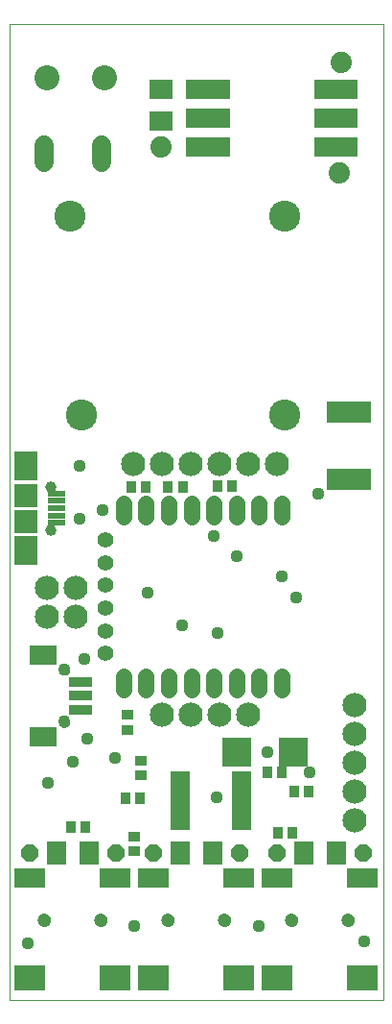
<source format=gts>
G75*
%MOIN*%
%OFA0B0*%
%FSLAX25Y25*%
%IPPOS*%
%LPD*%
%AMOC8*
5,1,8,0,0,1.08239X$1,22.5*
%
%ADD10C,0.00000*%
%ADD11C,0.05500*%
%ADD12C,0.05500*%
%ADD13R,0.04343X0.03556*%
%ADD14R,0.07887X0.03556*%
%ADD15R,0.09461X0.07099*%
%ADD16C,0.04343*%
%ADD17R,0.15367X0.07493*%
%ADD18R,0.08280X0.09855*%
%ADD19R,0.06312X0.02375*%
%ADD20C,0.03950*%
%ADD21R,0.08280X0.07887*%
%ADD22R,0.10643X0.08674*%
%ADD23R,0.10643X0.06706*%
%ADD24C,0.04737*%
%ADD25R,0.07099X0.07898*%
%ADD26OC8,0.06000*%
%ADD27R,0.03556X0.04343*%
%ADD28R,0.06706X0.02572*%
%ADD29R,0.10249X0.10249*%
%ADD30C,0.08674*%
%ADD31C,0.08400*%
%ADD32C,0.10800*%
%ADD33R,0.07898X0.07099*%
%ADD34C,0.06800*%
%ADD35C,0.04369*%
%ADD36C,0.07400*%
D10*
X0006000Y0010849D02*
X0006000Y0349431D01*
X0135921Y0349431D01*
X0135921Y0010849D01*
X0006000Y0010849D01*
X0016188Y0038408D02*
X0016190Y0038496D01*
X0016196Y0038584D01*
X0016206Y0038672D01*
X0016220Y0038760D01*
X0016237Y0038846D01*
X0016259Y0038932D01*
X0016284Y0039016D01*
X0016314Y0039100D01*
X0016346Y0039182D01*
X0016383Y0039262D01*
X0016423Y0039341D01*
X0016467Y0039418D01*
X0016514Y0039493D01*
X0016564Y0039565D01*
X0016618Y0039636D01*
X0016674Y0039703D01*
X0016734Y0039769D01*
X0016796Y0039831D01*
X0016862Y0039891D01*
X0016929Y0039947D01*
X0017000Y0040001D01*
X0017072Y0040051D01*
X0017147Y0040098D01*
X0017224Y0040142D01*
X0017303Y0040182D01*
X0017383Y0040219D01*
X0017465Y0040251D01*
X0017549Y0040281D01*
X0017633Y0040306D01*
X0017719Y0040328D01*
X0017805Y0040345D01*
X0017893Y0040359D01*
X0017981Y0040369D01*
X0018069Y0040375D01*
X0018157Y0040377D01*
X0018245Y0040375D01*
X0018333Y0040369D01*
X0018421Y0040359D01*
X0018509Y0040345D01*
X0018595Y0040328D01*
X0018681Y0040306D01*
X0018765Y0040281D01*
X0018849Y0040251D01*
X0018931Y0040219D01*
X0019011Y0040182D01*
X0019090Y0040142D01*
X0019167Y0040098D01*
X0019242Y0040051D01*
X0019314Y0040001D01*
X0019385Y0039947D01*
X0019452Y0039891D01*
X0019518Y0039831D01*
X0019580Y0039769D01*
X0019640Y0039703D01*
X0019696Y0039636D01*
X0019750Y0039565D01*
X0019800Y0039493D01*
X0019847Y0039418D01*
X0019891Y0039341D01*
X0019931Y0039262D01*
X0019968Y0039182D01*
X0020000Y0039100D01*
X0020030Y0039016D01*
X0020055Y0038932D01*
X0020077Y0038846D01*
X0020094Y0038760D01*
X0020108Y0038672D01*
X0020118Y0038584D01*
X0020124Y0038496D01*
X0020126Y0038408D01*
X0020124Y0038320D01*
X0020118Y0038232D01*
X0020108Y0038144D01*
X0020094Y0038056D01*
X0020077Y0037970D01*
X0020055Y0037884D01*
X0020030Y0037800D01*
X0020000Y0037716D01*
X0019968Y0037634D01*
X0019931Y0037554D01*
X0019891Y0037475D01*
X0019847Y0037398D01*
X0019800Y0037323D01*
X0019750Y0037251D01*
X0019696Y0037180D01*
X0019640Y0037113D01*
X0019580Y0037047D01*
X0019518Y0036985D01*
X0019452Y0036925D01*
X0019385Y0036869D01*
X0019314Y0036815D01*
X0019242Y0036765D01*
X0019167Y0036718D01*
X0019090Y0036674D01*
X0019011Y0036634D01*
X0018931Y0036597D01*
X0018849Y0036565D01*
X0018765Y0036535D01*
X0018681Y0036510D01*
X0018595Y0036488D01*
X0018509Y0036471D01*
X0018421Y0036457D01*
X0018333Y0036447D01*
X0018245Y0036441D01*
X0018157Y0036439D01*
X0018069Y0036441D01*
X0017981Y0036447D01*
X0017893Y0036457D01*
X0017805Y0036471D01*
X0017719Y0036488D01*
X0017633Y0036510D01*
X0017549Y0036535D01*
X0017465Y0036565D01*
X0017383Y0036597D01*
X0017303Y0036634D01*
X0017224Y0036674D01*
X0017147Y0036718D01*
X0017072Y0036765D01*
X0017000Y0036815D01*
X0016929Y0036869D01*
X0016862Y0036925D01*
X0016796Y0036985D01*
X0016734Y0037047D01*
X0016674Y0037113D01*
X0016618Y0037180D01*
X0016564Y0037251D01*
X0016514Y0037323D01*
X0016467Y0037398D01*
X0016423Y0037475D01*
X0016383Y0037554D01*
X0016346Y0037634D01*
X0016314Y0037716D01*
X0016284Y0037800D01*
X0016259Y0037884D01*
X0016237Y0037970D01*
X0016220Y0038056D01*
X0016206Y0038144D01*
X0016196Y0038232D01*
X0016190Y0038320D01*
X0016188Y0038408D01*
X0035874Y0038408D02*
X0035876Y0038496D01*
X0035882Y0038584D01*
X0035892Y0038672D01*
X0035906Y0038760D01*
X0035923Y0038846D01*
X0035945Y0038932D01*
X0035970Y0039016D01*
X0036000Y0039100D01*
X0036032Y0039182D01*
X0036069Y0039262D01*
X0036109Y0039341D01*
X0036153Y0039418D01*
X0036200Y0039493D01*
X0036250Y0039565D01*
X0036304Y0039636D01*
X0036360Y0039703D01*
X0036420Y0039769D01*
X0036482Y0039831D01*
X0036548Y0039891D01*
X0036615Y0039947D01*
X0036686Y0040001D01*
X0036758Y0040051D01*
X0036833Y0040098D01*
X0036910Y0040142D01*
X0036989Y0040182D01*
X0037069Y0040219D01*
X0037151Y0040251D01*
X0037235Y0040281D01*
X0037319Y0040306D01*
X0037405Y0040328D01*
X0037491Y0040345D01*
X0037579Y0040359D01*
X0037667Y0040369D01*
X0037755Y0040375D01*
X0037843Y0040377D01*
X0037931Y0040375D01*
X0038019Y0040369D01*
X0038107Y0040359D01*
X0038195Y0040345D01*
X0038281Y0040328D01*
X0038367Y0040306D01*
X0038451Y0040281D01*
X0038535Y0040251D01*
X0038617Y0040219D01*
X0038697Y0040182D01*
X0038776Y0040142D01*
X0038853Y0040098D01*
X0038928Y0040051D01*
X0039000Y0040001D01*
X0039071Y0039947D01*
X0039138Y0039891D01*
X0039204Y0039831D01*
X0039266Y0039769D01*
X0039326Y0039703D01*
X0039382Y0039636D01*
X0039436Y0039565D01*
X0039486Y0039493D01*
X0039533Y0039418D01*
X0039577Y0039341D01*
X0039617Y0039262D01*
X0039654Y0039182D01*
X0039686Y0039100D01*
X0039716Y0039016D01*
X0039741Y0038932D01*
X0039763Y0038846D01*
X0039780Y0038760D01*
X0039794Y0038672D01*
X0039804Y0038584D01*
X0039810Y0038496D01*
X0039812Y0038408D01*
X0039810Y0038320D01*
X0039804Y0038232D01*
X0039794Y0038144D01*
X0039780Y0038056D01*
X0039763Y0037970D01*
X0039741Y0037884D01*
X0039716Y0037800D01*
X0039686Y0037716D01*
X0039654Y0037634D01*
X0039617Y0037554D01*
X0039577Y0037475D01*
X0039533Y0037398D01*
X0039486Y0037323D01*
X0039436Y0037251D01*
X0039382Y0037180D01*
X0039326Y0037113D01*
X0039266Y0037047D01*
X0039204Y0036985D01*
X0039138Y0036925D01*
X0039071Y0036869D01*
X0039000Y0036815D01*
X0038928Y0036765D01*
X0038853Y0036718D01*
X0038776Y0036674D01*
X0038697Y0036634D01*
X0038617Y0036597D01*
X0038535Y0036565D01*
X0038451Y0036535D01*
X0038367Y0036510D01*
X0038281Y0036488D01*
X0038195Y0036471D01*
X0038107Y0036457D01*
X0038019Y0036447D01*
X0037931Y0036441D01*
X0037843Y0036439D01*
X0037755Y0036441D01*
X0037667Y0036447D01*
X0037579Y0036457D01*
X0037491Y0036471D01*
X0037405Y0036488D01*
X0037319Y0036510D01*
X0037235Y0036535D01*
X0037151Y0036565D01*
X0037069Y0036597D01*
X0036989Y0036634D01*
X0036910Y0036674D01*
X0036833Y0036718D01*
X0036758Y0036765D01*
X0036686Y0036815D01*
X0036615Y0036869D01*
X0036548Y0036925D01*
X0036482Y0036985D01*
X0036420Y0037047D01*
X0036360Y0037113D01*
X0036304Y0037180D01*
X0036250Y0037251D01*
X0036200Y0037323D01*
X0036153Y0037398D01*
X0036109Y0037475D01*
X0036069Y0037554D01*
X0036032Y0037634D01*
X0036000Y0037716D01*
X0035970Y0037800D01*
X0035945Y0037884D01*
X0035923Y0037970D01*
X0035906Y0038056D01*
X0035892Y0038144D01*
X0035882Y0038232D01*
X0035876Y0038320D01*
X0035874Y0038408D01*
X0059188Y0038408D02*
X0059190Y0038496D01*
X0059196Y0038584D01*
X0059206Y0038672D01*
X0059220Y0038760D01*
X0059237Y0038846D01*
X0059259Y0038932D01*
X0059284Y0039016D01*
X0059314Y0039100D01*
X0059346Y0039182D01*
X0059383Y0039262D01*
X0059423Y0039341D01*
X0059467Y0039418D01*
X0059514Y0039493D01*
X0059564Y0039565D01*
X0059618Y0039636D01*
X0059674Y0039703D01*
X0059734Y0039769D01*
X0059796Y0039831D01*
X0059862Y0039891D01*
X0059929Y0039947D01*
X0060000Y0040001D01*
X0060072Y0040051D01*
X0060147Y0040098D01*
X0060224Y0040142D01*
X0060303Y0040182D01*
X0060383Y0040219D01*
X0060465Y0040251D01*
X0060549Y0040281D01*
X0060633Y0040306D01*
X0060719Y0040328D01*
X0060805Y0040345D01*
X0060893Y0040359D01*
X0060981Y0040369D01*
X0061069Y0040375D01*
X0061157Y0040377D01*
X0061245Y0040375D01*
X0061333Y0040369D01*
X0061421Y0040359D01*
X0061509Y0040345D01*
X0061595Y0040328D01*
X0061681Y0040306D01*
X0061765Y0040281D01*
X0061849Y0040251D01*
X0061931Y0040219D01*
X0062011Y0040182D01*
X0062090Y0040142D01*
X0062167Y0040098D01*
X0062242Y0040051D01*
X0062314Y0040001D01*
X0062385Y0039947D01*
X0062452Y0039891D01*
X0062518Y0039831D01*
X0062580Y0039769D01*
X0062640Y0039703D01*
X0062696Y0039636D01*
X0062750Y0039565D01*
X0062800Y0039493D01*
X0062847Y0039418D01*
X0062891Y0039341D01*
X0062931Y0039262D01*
X0062968Y0039182D01*
X0063000Y0039100D01*
X0063030Y0039016D01*
X0063055Y0038932D01*
X0063077Y0038846D01*
X0063094Y0038760D01*
X0063108Y0038672D01*
X0063118Y0038584D01*
X0063124Y0038496D01*
X0063126Y0038408D01*
X0063124Y0038320D01*
X0063118Y0038232D01*
X0063108Y0038144D01*
X0063094Y0038056D01*
X0063077Y0037970D01*
X0063055Y0037884D01*
X0063030Y0037800D01*
X0063000Y0037716D01*
X0062968Y0037634D01*
X0062931Y0037554D01*
X0062891Y0037475D01*
X0062847Y0037398D01*
X0062800Y0037323D01*
X0062750Y0037251D01*
X0062696Y0037180D01*
X0062640Y0037113D01*
X0062580Y0037047D01*
X0062518Y0036985D01*
X0062452Y0036925D01*
X0062385Y0036869D01*
X0062314Y0036815D01*
X0062242Y0036765D01*
X0062167Y0036718D01*
X0062090Y0036674D01*
X0062011Y0036634D01*
X0061931Y0036597D01*
X0061849Y0036565D01*
X0061765Y0036535D01*
X0061681Y0036510D01*
X0061595Y0036488D01*
X0061509Y0036471D01*
X0061421Y0036457D01*
X0061333Y0036447D01*
X0061245Y0036441D01*
X0061157Y0036439D01*
X0061069Y0036441D01*
X0060981Y0036447D01*
X0060893Y0036457D01*
X0060805Y0036471D01*
X0060719Y0036488D01*
X0060633Y0036510D01*
X0060549Y0036535D01*
X0060465Y0036565D01*
X0060383Y0036597D01*
X0060303Y0036634D01*
X0060224Y0036674D01*
X0060147Y0036718D01*
X0060072Y0036765D01*
X0060000Y0036815D01*
X0059929Y0036869D01*
X0059862Y0036925D01*
X0059796Y0036985D01*
X0059734Y0037047D01*
X0059674Y0037113D01*
X0059618Y0037180D01*
X0059564Y0037251D01*
X0059514Y0037323D01*
X0059467Y0037398D01*
X0059423Y0037475D01*
X0059383Y0037554D01*
X0059346Y0037634D01*
X0059314Y0037716D01*
X0059284Y0037800D01*
X0059259Y0037884D01*
X0059237Y0037970D01*
X0059220Y0038056D01*
X0059206Y0038144D01*
X0059196Y0038232D01*
X0059190Y0038320D01*
X0059188Y0038408D01*
X0078874Y0038408D02*
X0078876Y0038496D01*
X0078882Y0038584D01*
X0078892Y0038672D01*
X0078906Y0038760D01*
X0078923Y0038846D01*
X0078945Y0038932D01*
X0078970Y0039016D01*
X0079000Y0039100D01*
X0079032Y0039182D01*
X0079069Y0039262D01*
X0079109Y0039341D01*
X0079153Y0039418D01*
X0079200Y0039493D01*
X0079250Y0039565D01*
X0079304Y0039636D01*
X0079360Y0039703D01*
X0079420Y0039769D01*
X0079482Y0039831D01*
X0079548Y0039891D01*
X0079615Y0039947D01*
X0079686Y0040001D01*
X0079758Y0040051D01*
X0079833Y0040098D01*
X0079910Y0040142D01*
X0079989Y0040182D01*
X0080069Y0040219D01*
X0080151Y0040251D01*
X0080235Y0040281D01*
X0080319Y0040306D01*
X0080405Y0040328D01*
X0080491Y0040345D01*
X0080579Y0040359D01*
X0080667Y0040369D01*
X0080755Y0040375D01*
X0080843Y0040377D01*
X0080931Y0040375D01*
X0081019Y0040369D01*
X0081107Y0040359D01*
X0081195Y0040345D01*
X0081281Y0040328D01*
X0081367Y0040306D01*
X0081451Y0040281D01*
X0081535Y0040251D01*
X0081617Y0040219D01*
X0081697Y0040182D01*
X0081776Y0040142D01*
X0081853Y0040098D01*
X0081928Y0040051D01*
X0082000Y0040001D01*
X0082071Y0039947D01*
X0082138Y0039891D01*
X0082204Y0039831D01*
X0082266Y0039769D01*
X0082326Y0039703D01*
X0082382Y0039636D01*
X0082436Y0039565D01*
X0082486Y0039493D01*
X0082533Y0039418D01*
X0082577Y0039341D01*
X0082617Y0039262D01*
X0082654Y0039182D01*
X0082686Y0039100D01*
X0082716Y0039016D01*
X0082741Y0038932D01*
X0082763Y0038846D01*
X0082780Y0038760D01*
X0082794Y0038672D01*
X0082804Y0038584D01*
X0082810Y0038496D01*
X0082812Y0038408D01*
X0082810Y0038320D01*
X0082804Y0038232D01*
X0082794Y0038144D01*
X0082780Y0038056D01*
X0082763Y0037970D01*
X0082741Y0037884D01*
X0082716Y0037800D01*
X0082686Y0037716D01*
X0082654Y0037634D01*
X0082617Y0037554D01*
X0082577Y0037475D01*
X0082533Y0037398D01*
X0082486Y0037323D01*
X0082436Y0037251D01*
X0082382Y0037180D01*
X0082326Y0037113D01*
X0082266Y0037047D01*
X0082204Y0036985D01*
X0082138Y0036925D01*
X0082071Y0036869D01*
X0082000Y0036815D01*
X0081928Y0036765D01*
X0081853Y0036718D01*
X0081776Y0036674D01*
X0081697Y0036634D01*
X0081617Y0036597D01*
X0081535Y0036565D01*
X0081451Y0036535D01*
X0081367Y0036510D01*
X0081281Y0036488D01*
X0081195Y0036471D01*
X0081107Y0036457D01*
X0081019Y0036447D01*
X0080931Y0036441D01*
X0080843Y0036439D01*
X0080755Y0036441D01*
X0080667Y0036447D01*
X0080579Y0036457D01*
X0080491Y0036471D01*
X0080405Y0036488D01*
X0080319Y0036510D01*
X0080235Y0036535D01*
X0080151Y0036565D01*
X0080069Y0036597D01*
X0079989Y0036634D01*
X0079910Y0036674D01*
X0079833Y0036718D01*
X0079758Y0036765D01*
X0079686Y0036815D01*
X0079615Y0036869D01*
X0079548Y0036925D01*
X0079482Y0036985D01*
X0079420Y0037047D01*
X0079360Y0037113D01*
X0079304Y0037180D01*
X0079250Y0037251D01*
X0079200Y0037323D01*
X0079153Y0037398D01*
X0079109Y0037475D01*
X0079069Y0037554D01*
X0079032Y0037634D01*
X0079000Y0037716D01*
X0078970Y0037800D01*
X0078945Y0037884D01*
X0078923Y0037970D01*
X0078906Y0038056D01*
X0078892Y0038144D01*
X0078882Y0038232D01*
X0078876Y0038320D01*
X0078874Y0038408D01*
X0102188Y0038408D02*
X0102190Y0038496D01*
X0102196Y0038584D01*
X0102206Y0038672D01*
X0102220Y0038760D01*
X0102237Y0038846D01*
X0102259Y0038932D01*
X0102284Y0039016D01*
X0102314Y0039100D01*
X0102346Y0039182D01*
X0102383Y0039262D01*
X0102423Y0039341D01*
X0102467Y0039418D01*
X0102514Y0039493D01*
X0102564Y0039565D01*
X0102618Y0039636D01*
X0102674Y0039703D01*
X0102734Y0039769D01*
X0102796Y0039831D01*
X0102862Y0039891D01*
X0102929Y0039947D01*
X0103000Y0040001D01*
X0103072Y0040051D01*
X0103147Y0040098D01*
X0103224Y0040142D01*
X0103303Y0040182D01*
X0103383Y0040219D01*
X0103465Y0040251D01*
X0103549Y0040281D01*
X0103633Y0040306D01*
X0103719Y0040328D01*
X0103805Y0040345D01*
X0103893Y0040359D01*
X0103981Y0040369D01*
X0104069Y0040375D01*
X0104157Y0040377D01*
X0104245Y0040375D01*
X0104333Y0040369D01*
X0104421Y0040359D01*
X0104509Y0040345D01*
X0104595Y0040328D01*
X0104681Y0040306D01*
X0104765Y0040281D01*
X0104849Y0040251D01*
X0104931Y0040219D01*
X0105011Y0040182D01*
X0105090Y0040142D01*
X0105167Y0040098D01*
X0105242Y0040051D01*
X0105314Y0040001D01*
X0105385Y0039947D01*
X0105452Y0039891D01*
X0105518Y0039831D01*
X0105580Y0039769D01*
X0105640Y0039703D01*
X0105696Y0039636D01*
X0105750Y0039565D01*
X0105800Y0039493D01*
X0105847Y0039418D01*
X0105891Y0039341D01*
X0105931Y0039262D01*
X0105968Y0039182D01*
X0106000Y0039100D01*
X0106030Y0039016D01*
X0106055Y0038932D01*
X0106077Y0038846D01*
X0106094Y0038760D01*
X0106108Y0038672D01*
X0106118Y0038584D01*
X0106124Y0038496D01*
X0106126Y0038408D01*
X0106124Y0038320D01*
X0106118Y0038232D01*
X0106108Y0038144D01*
X0106094Y0038056D01*
X0106077Y0037970D01*
X0106055Y0037884D01*
X0106030Y0037800D01*
X0106000Y0037716D01*
X0105968Y0037634D01*
X0105931Y0037554D01*
X0105891Y0037475D01*
X0105847Y0037398D01*
X0105800Y0037323D01*
X0105750Y0037251D01*
X0105696Y0037180D01*
X0105640Y0037113D01*
X0105580Y0037047D01*
X0105518Y0036985D01*
X0105452Y0036925D01*
X0105385Y0036869D01*
X0105314Y0036815D01*
X0105242Y0036765D01*
X0105167Y0036718D01*
X0105090Y0036674D01*
X0105011Y0036634D01*
X0104931Y0036597D01*
X0104849Y0036565D01*
X0104765Y0036535D01*
X0104681Y0036510D01*
X0104595Y0036488D01*
X0104509Y0036471D01*
X0104421Y0036457D01*
X0104333Y0036447D01*
X0104245Y0036441D01*
X0104157Y0036439D01*
X0104069Y0036441D01*
X0103981Y0036447D01*
X0103893Y0036457D01*
X0103805Y0036471D01*
X0103719Y0036488D01*
X0103633Y0036510D01*
X0103549Y0036535D01*
X0103465Y0036565D01*
X0103383Y0036597D01*
X0103303Y0036634D01*
X0103224Y0036674D01*
X0103147Y0036718D01*
X0103072Y0036765D01*
X0103000Y0036815D01*
X0102929Y0036869D01*
X0102862Y0036925D01*
X0102796Y0036985D01*
X0102734Y0037047D01*
X0102674Y0037113D01*
X0102618Y0037180D01*
X0102564Y0037251D01*
X0102514Y0037323D01*
X0102467Y0037398D01*
X0102423Y0037475D01*
X0102383Y0037554D01*
X0102346Y0037634D01*
X0102314Y0037716D01*
X0102284Y0037800D01*
X0102259Y0037884D01*
X0102237Y0037970D01*
X0102220Y0038056D01*
X0102206Y0038144D01*
X0102196Y0038232D01*
X0102190Y0038320D01*
X0102188Y0038408D01*
X0121874Y0038408D02*
X0121876Y0038496D01*
X0121882Y0038584D01*
X0121892Y0038672D01*
X0121906Y0038760D01*
X0121923Y0038846D01*
X0121945Y0038932D01*
X0121970Y0039016D01*
X0122000Y0039100D01*
X0122032Y0039182D01*
X0122069Y0039262D01*
X0122109Y0039341D01*
X0122153Y0039418D01*
X0122200Y0039493D01*
X0122250Y0039565D01*
X0122304Y0039636D01*
X0122360Y0039703D01*
X0122420Y0039769D01*
X0122482Y0039831D01*
X0122548Y0039891D01*
X0122615Y0039947D01*
X0122686Y0040001D01*
X0122758Y0040051D01*
X0122833Y0040098D01*
X0122910Y0040142D01*
X0122989Y0040182D01*
X0123069Y0040219D01*
X0123151Y0040251D01*
X0123235Y0040281D01*
X0123319Y0040306D01*
X0123405Y0040328D01*
X0123491Y0040345D01*
X0123579Y0040359D01*
X0123667Y0040369D01*
X0123755Y0040375D01*
X0123843Y0040377D01*
X0123931Y0040375D01*
X0124019Y0040369D01*
X0124107Y0040359D01*
X0124195Y0040345D01*
X0124281Y0040328D01*
X0124367Y0040306D01*
X0124451Y0040281D01*
X0124535Y0040251D01*
X0124617Y0040219D01*
X0124697Y0040182D01*
X0124776Y0040142D01*
X0124853Y0040098D01*
X0124928Y0040051D01*
X0125000Y0040001D01*
X0125071Y0039947D01*
X0125138Y0039891D01*
X0125204Y0039831D01*
X0125266Y0039769D01*
X0125326Y0039703D01*
X0125382Y0039636D01*
X0125436Y0039565D01*
X0125486Y0039493D01*
X0125533Y0039418D01*
X0125577Y0039341D01*
X0125617Y0039262D01*
X0125654Y0039182D01*
X0125686Y0039100D01*
X0125716Y0039016D01*
X0125741Y0038932D01*
X0125763Y0038846D01*
X0125780Y0038760D01*
X0125794Y0038672D01*
X0125804Y0038584D01*
X0125810Y0038496D01*
X0125812Y0038408D01*
X0125810Y0038320D01*
X0125804Y0038232D01*
X0125794Y0038144D01*
X0125780Y0038056D01*
X0125763Y0037970D01*
X0125741Y0037884D01*
X0125716Y0037800D01*
X0125686Y0037716D01*
X0125654Y0037634D01*
X0125617Y0037554D01*
X0125577Y0037475D01*
X0125533Y0037398D01*
X0125486Y0037323D01*
X0125436Y0037251D01*
X0125382Y0037180D01*
X0125326Y0037113D01*
X0125266Y0037047D01*
X0125204Y0036985D01*
X0125138Y0036925D01*
X0125071Y0036869D01*
X0125000Y0036815D01*
X0124928Y0036765D01*
X0124853Y0036718D01*
X0124776Y0036674D01*
X0124697Y0036634D01*
X0124617Y0036597D01*
X0124535Y0036565D01*
X0124451Y0036535D01*
X0124367Y0036510D01*
X0124281Y0036488D01*
X0124195Y0036471D01*
X0124107Y0036457D01*
X0124019Y0036447D01*
X0123931Y0036441D01*
X0123843Y0036439D01*
X0123755Y0036441D01*
X0123667Y0036447D01*
X0123579Y0036457D01*
X0123491Y0036471D01*
X0123405Y0036488D01*
X0123319Y0036510D01*
X0123235Y0036535D01*
X0123151Y0036565D01*
X0123069Y0036597D01*
X0122989Y0036634D01*
X0122910Y0036674D01*
X0122833Y0036718D01*
X0122758Y0036765D01*
X0122686Y0036815D01*
X0122615Y0036869D01*
X0122548Y0036925D01*
X0122482Y0036985D01*
X0122420Y0037047D01*
X0122360Y0037113D01*
X0122304Y0037180D01*
X0122250Y0037251D01*
X0122200Y0037323D01*
X0122153Y0037398D01*
X0122109Y0037475D01*
X0122069Y0037554D01*
X0122032Y0037634D01*
X0122000Y0037716D01*
X0121970Y0037800D01*
X0121945Y0037884D01*
X0121923Y0037970D01*
X0121906Y0038056D01*
X0121892Y0038144D01*
X0121882Y0038232D01*
X0121876Y0038320D01*
X0121874Y0038408D01*
X0023322Y0107235D02*
X0023324Y0107319D01*
X0023330Y0107402D01*
X0023340Y0107485D01*
X0023354Y0107568D01*
X0023371Y0107650D01*
X0023393Y0107731D01*
X0023418Y0107810D01*
X0023447Y0107889D01*
X0023480Y0107966D01*
X0023516Y0108041D01*
X0023556Y0108115D01*
X0023599Y0108187D01*
X0023646Y0108256D01*
X0023696Y0108323D01*
X0023749Y0108388D01*
X0023805Y0108450D01*
X0023863Y0108510D01*
X0023925Y0108567D01*
X0023989Y0108620D01*
X0024056Y0108671D01*
X0024125Y0108718D01*
X0024196Y0108763D01*
X0024269Y0108803D01*
X0024344Y0108840D01*
X0024421Y0108874D01*
X0024499Y0108904D01*
X0024578Y0108930D01*
X0024659Y0108953D01*
X0024741Y0108971D01*
X0024823Y0108986D01*
X0024906Y0108997D01*
X0024989Y0109004D01*
X0025073Y0109007D01*
X0025157Y0109006D01*
X0025240Y0109001D01*
X0025324Y0108992D01*
X0025406Y0108979D01*
X0025488Y0108963D01*
X0025569Y0108942D01*
X0025650Y0108918D01*
X0025728Y0108890D01*
X0025806Y0108858D01*
X0025882Y0108822D01*
X0025956Y0108783D01*
X0026028Y0108741D01*
X0026098Y0108695D01*
X0026166Y0108646D01*
X0026231Y0108594D01*
X0026294Y0108539D01*
X0026354Y0108481D01*
X0026412Y0108420D01*
X0026466Y0108356D01*
X0026518Y0108290D01*
X0026566Y0108222D01*
X0026611Y0108151D01*
X0026652Y0108078D01*
X0026691Y0108004D01*
X0026725Y0107928D01*
X0026756Y0107850D01*
X0026783Y0107771D01*
X0026807Y0107690D01*
X0026826Y0107609D01*
X0026842Y0107527D01*
X0026854Y0107444D01*
X0026862Y0107360D01*
X0026866Y0107277D01*
X0026866Y0107193D01*
X0026862Y0107110D01*
X0026854Y0107026D01*
X0026842Y0106943D01*
X0026826Y0106861D01*
X0026807Y0106780D01*
X0026783Y0106699D01*
X0026756Y0106620D01*
X0026725Y0106542D01*
X0026691Y0106466D01*
X0026652Y0106392D01*
X0026611Y0106319D01*
X0026566Y0106248D01*
X0026518Y0106180D01*
X0026466Y0106114D01*
X0026412Y0106050D01*
X0026354Y0105989D01*
X0026294Y0105931D01*
X0026231Y0105876D01*
X0026166Y0105824D01*
X0026098Y0105775D01*
X0026028Y0105729D01*
X0025956Y0105687D01*
X0025882Y0105648D01*
X0025806Y0105612D01*
X0025728Y0105580D01*
X0025650Y0105552D01*
X0025569Y0105528D01*
X0025488Y0105507D01*
X0025406Y0105491D01*
X0025324Y0105478D01*
X0025240Y0105469D01*
X0025157Y0105464D01*
X0025073Y0105463D01*
X0024989Y0105466D01*
X0024906Y0105473D01*
X0024823Y0105484D01*
X0024741Y0105499D01*
X0024659Y0105517D01*
X0024578Y0105540D01*
X0024499Y0105566D01*
X0024421Y0105596D01*
X0024344Y0105630D01*
X0024269Y0105667D01*
X0024196Y0105707D01*
X0024125Y0105752D01*
X0024056Y0105799D01*
X0023989Y0105850D01*
X0023925Y0105903D01*
X0023863Y0105960D01*
X0023805Y0106020D01*
X0023749Y0106082D01*
X0023696Y0106147D01*
X0023646Y0106214D01*
X0023599Y0106283D01*
X0023556Y0106355D01*
X0023516Y0106429D01*
X0023480Y0106504D01*
X0023447Y0106581D01*
X0023418Y0106660D01*
X0023393Y0106739D01*
X0023371Y0106820D01*
X0023354Y0106902D01*
X0023340Y0106985D01*
X0023330Y0107068D01*
X0023324Y0107151D01*
X0023322Y0107235D01*
X0023322Y0125345D02*
X0023324Y0125429D01*
X0023330Y0125512D01*
X0023340Y0125595D01*
X0023354Y0125678D01*
X0023371Y0125760D01*
X0023393Y0125841D01*
X0023418Y0125920D01*
X0023447Y0125999D01*
X0023480Y0126076D01*
X0023516Y0126151D01*
X0023556Y0126225D01*
X0023599Y0126297D01*
X0023646Y0126366D01*
X0023696Y0126433D01*
X0023749Y0126498D01*
X0023805Y0126560D01*
X0023863Y0126620D01*
X0023925Y0126677D01*
X0023989Y0126730D01*
X0024056Y0126781D01*
X0024125Y0126828D01*
X0024196Y0126873D01*
X0024269Y0126913D01*
X0024344Y0126950D01*
X0024421Y0126984D01*
X0024499Y0127014D01*
X0024578Y0127040D01*
X0024659Y0127063D01*
X0024741Y0127081D01*
X0024823Y0127096D01*
X0024906Y0127107D01*
X0024989Y0127114D01*
X0025073Y0127117D01*
X0025157Y0127116D01*
X0025240Y0127111D01*
X0025324Y0127102D01*
X0025406Y0127089D01*
X0025488Y0127073D01*
X0025569Y0127052D01*
X0025650Y0127028D01*
X0025728Y0127000D01*
X0025806Y0126968D01*
X0025882Y0126932D01*
X0025956Y0126893D01*
X0026028Y0126851D01*
X0026098Y0126805D01*
X0026166Y0126756D01*
X0026231Y0126704D01*
X0026294Y0126649D01*
X0026354Y0126591D01*
X0026412Y0126530D01*
X0026466Y0126466D01*
X0026518Y0126400D01*
X0026566Y0126332D01*
X0026611Y0126261D01*
X0026652Y0126188D01*
X0026691Y0126114D01*
X0026725Y0126038D01*
X0026756Y0125960D01*
X0026783Y0125881D01*
X0026807Y0125800D01*
X0026826Y0125719D01*
X0026842Y0125637D01*
X0026854Y0125554D01*
X0026862Y0125470D01*
X0026866Y0125387D01*
X0026866Y0125303D01*
X0026862Y0125220D01*
X0026854Y0125136D01*
X0026842Y0125053D01*
X0026826Y0124971D01*
X0026807Y0124890D01*
X0026783Y0124809D01*
X0026756Y0124730D01*
X0026725Y0124652D01*
X0026691Y0124576D01*
X0026652Y0124502D01*
X0026611Y0124429D01*
X0026566Y0124358D01*
X0026518Y0124290D01*
X0026466Y0124224D01*
X0026412Y0124160D01*
X0026354Y0124099D01*
X0026294Y0124041D01*
X0026231Y0123986D01*
X0026166Y0123934D01*
X0026098Y0123885D01*
X0026028Y0123839D01*
X0025956Y0123797D01*
X0025882Y0123758D01*
X0025806Y0123722D01*
X0025728Y0123690D01*
X0025650Y0123662D01*
X0025569Y0123638D01*
X0025488Y0123617D01*
X0025406Y0123601D01*
X0025324Y0123588D01*
X0025240Y0123579D01*
X0025157Y0123574D01*
X0025073Y0123573D01*
X0024989Y0123576D01*
X0024906Y0123583D01*
X0024823Y0123594D01*
X0024741Y0123609D01*
X0024659Y0123627D01*
X0024578Y0123650D01*
X0024499Y0123676D01*
X0024421Y0123706D01*
X0024344Y0123740D01*
X0024269Y0123777D01*
X0024196Y0123817D01*
X0024125Y0123862D01*
X0024056Y0123909D01*
X0023989Y0123960D01*
X0023925Y0124013D01*
X0023863Y0124070D01*
X0023805Y0124130D01*
X0023749Y0124192D01*
X0023696Y0124257D01*
X0023646Y0124324D01*
X0023599Y0124393D01*
X0023556Y0124465D01*
X0023516Y0124539D01*
X0023480Y0124614D01*
X0023447Y0124691D01*
X0023418Y0124770D01*
X0023393Y0124849D01*
X0023371Y0124930D01*
X0023354Y0125012D01*
X0023340Y0125095D01*
X0023330Y0125178D01*
X0023324Y0125261D01*
X0023322Y0125345D01*
X0018798Y0173869D02*
X0018800Y0173948D01*
X0018806Y0174027D01*
X0018816Y0174106D01*
X0018830Y0174184D01*
X0018847Y0174261D01*
X0018869Y0174337D01*
X0018894Y0174412D01*
X0018924Y0174485D01*
X0018956Y0174557D01*
X0018993Y0174628D01*
X0019033Y0174696D01*
X0019076Y0174762D01*
X0019122Y0174826D01*
X0019172Y0174888D01*
X0019225Y0174947D01*
X0019280Y0175003D01*
X0019339Y0175057D01*
X0019400Y0175107D01*
X0019463Y0175155D01*
X0019529Y0175199D01*
X0019597Y0175240D01*
X0019667Y0175277D01*
X0019738Y0175311D01*
X0019812Y0175341D01*
X0019886Y0175367D01*
X0019962Y0175389D01*
X0020039Y0175408D01*
X0020117Y0175423D01*
X0020195Y0175434D01*
X0020274Y0175441D01*
X0020353Y0175444D01*
X0020432Y0175443D01*
X0020511Y0175438D01*
X0020590Y0175429D01*
X0020668Y0175416D01*
X0020745Y0175399D01*
X0020822Y0175379D01*
X0020897Y0175354D01*
X0020971Y0175326D01*
X0021044Y0175294D01*
X0021114Y0175259D01*
X0021183Y0175220D01*
X0021250Y0175177D01*
X0021315Y0175131D01*
X0021377Y0175083D01*
X0021437Y0175031D01*
X0021494Y0174976D01*
X0021548Y0174918D01*
X0021599Y0174858D01*
X0021647Y0174795D01*
X0021692Y0174730D01*
X0021734Y0174662D01*
X0021772Y0174593D01*
X0021806Y0174522D01*
X0021837Y0174449D01*
X0021865Y0174374D01*
X0021888Y0174299D01*
X0021908Y0174222D01*
X0021924Y0174145D01*
X0021936Y0174066D01*
X0021944Y0173988D01*
X0021948Y0173909D01*
X0021948Y0173829D01*
X0021944Y0173750D01*
X0021936Y0173672D01*
X0021924Y0173593D01*
X0021908Y0173516D01*
X0021888Y0173439D01*
X0021865Y0173364D01*
X0021837Y0173289D01*
X0021806Y0173216D01*
X0021772Y0173145D01*
X0021734Y0173076D01*
X0021692Y0173008D01*
X0021647Y0172943D01*
X0021599Y0172880D01*
X0021548Y0172820D01*
X0021494Y0172762D01*
X0021437Y0172707D01*
X0021377Y0172655D01*
X0021315Y0172607D01*
X0021250Y0172561D01*
X0021183Y0172518D01*
X0021114Y0172479D01*
X0021044Y0172444D01*
X0020971Y0172412D01*
X0020897Y0172384D01*
X0020822Y0172359D01*
X0020745Y0172339D01*
X0020668Y0172322D01*
X0020590Y0172309D01*
X0020511Y0172300D01*
X0020432Y0172295D01*
X0020353Y0172294D01*
X0020274Y0172297D01*
X0020195Y0172304D01*
X0020117Y0172315D01*
X0020039Y0172330D01*
X0019962Y0172349D01*
X0019886Y0172371D01*
X0019812Y0172397D01*
X0019738Y0172427D01*
X0019667Y0172461D01*
X0019597Y0172498D01*
X0019529Y0172539D01*
X0019463Y0172583D01*
X0019400Y0172631D01*
X0019339Y0172681D01*
X0019280Y0172735D01*
X0019225Y0172791D01*
X0019172Y0172850D01*
X0019122Y0172912D01*
X0019076Y0172976D01*
X0019033Y0173042D01*
X0018993Y0173110D01*
X0018956Y0173181D01*
X0018924Y0173253D01*
X0018894Y0173326D01*
X0018869Y0173401D01*
X0018847Y0173477D01*
X0018830Y0173554D01*
X0018816Y0173632D01*
X0018806Y0173711D01*
X0018800Y0173790D01*
X0018798Y0173869D01*
X0018798Y0188829D02*
X0018800Y0188908D01*
X0018806Y0188987D01*
X0018816Y0189066D01*
X0018830Y0189144D01*
X0018847Y0189221D01*
X0018869Y0189297D01*
X0018894Y0189372D01*
X0018924Y0189445D01*
X0018956Y0189517D01*
X0018993Y0189588D01*
X0019033Y0189656D01*
X0019076Y0189722D01*
X0019122Y0189786D01*
X0019172Y0189848D01*
X0019225Y0189907D01*
X0019280Y0189963D01*
X0019339Y0190017D01*
X0019400Y0190067D01*
X0019463Y0190115D01*
X0019529Y0190159D01*
X0019597Y0190200D01*
X0019667Y0190237D01*
X0019738Y0190271D01*
X0019812Y0190301D01*
X0019886Y0190327D01*
X0019962Y0190349D01*
X0020039Y0190368D01*
X0020117Y0190383D01*
X0020195Y0190394D01*
X0020274Y0190401D01*
X0020353Y0190404D01*
X0020432Y0190403D01*
X0020511Y0190398D01*
X0020590Y0190389D01*
X0020668Y0190376D01*
X0020745Y0190359D01*
X0020822Y0190339D01*
X0020897Y0190314D01*
X0020971Y0190286D01*
X0021044Y0190254D01*
X0021114Y0190219D01*
X0021183Y0190180D01*
X0021250Y0190137D01*
X0021315Y0190091D01*
X0021377Y0190043D01*
X0021437Y0189991D01*
X0021494Y0189936D01*
X0021548Y0189878D01*
X0021599Y0189818D01*
X0021647Y0189755D01*
X0021692Y0189690D01*
X0021734Y0189622D01*
X0021772Y0189553D01*
X0021806Y0189482D01*
X0021837Y0189409D01*
X0021865Y0189334D01*
X0021888Y0189259D01*
X0021908Y0189182D01*
X0021924Y0189105D01*
X0021936Y0189026D01*
X0021944Y0188948D01*
X0021948Y0188869D01*
X0021948Y0188789D01*
X0021944Y0188710D01*
X0021936Y0188632D01*
X0021924Y0188553D01*
X0021908Y0188476D01*
X0021888Y0188399D01*
X0021865Y0188324D01*
X0021837Y0188249D01*
X0021806Y0188176D01*
X0021772Y0188105D01*
X0021734Y0188036D01*
X0021692Y0187968D01*
X0021647Y0187903D01*
X0021599Y0187840D01*
X0021548Y0187780D01*
X0021494Y0187722D01*
X0021437Y0187667D01*
X0021377Y0187615D01*
X0021315Y0187567D01*
X0021250Y0187521D01*
X0021183Y0187478D01*
X0021114Y0187439D01*
X0021044Y0187404D01*
X0020971Y0187372D01*
X0020897Y0187344D01*
X0020822Y0187319D01*
X0020745Y0187299D01*
X0020668Y0187282D01*
X0020590Y0187269D01*
X0020511Y0187260D01*
X0020432Y0187255D01*
X0020353Y0187254D01*
X0020274Y0187257D01*
X0020195Y0187264D01*
X0020117Y0187275D01*
X0020039Y0187290D01*
X0019962Y0187309D01*
X0019886Y0187331D01*
X0019812Y0187357D01*
X0019738Y0187387D01*
X0019667Y0187421D01*
X0019597Y0187458D01*
X0019529Y0187499D01*
X0019463Y0187543D01*
X0019400Y0187591D01*
X0019339Y0187641D01*
X0019280Y0187695D01*
X0019225Y0187751D01*
X0019172Y0187810D01*
X0019122Y0187872D01*
X0019076Y0187936D01*
X0019033Y0188002D01*
X0018993Y0188070D01*
X0018956Y0188141D01*
X0018924Y0188213D01*
X0018894Y0188286D01*
X0018869Y0188361D01*
X0018847Y0188437D01*
X0018830Y0188514D01*
X0018816Y0188592D01*
X0018806Y0188671D01*
X0018800Y0188750D01*
X0018798Y0188829D01*
D11*
X0045628Y0183101D02*
X0045628Y0178301D01*
X0053502Y0178301D02*
X0053502Y0183101D01*
X0061376Y0183101D02*
X0061376Y0178301D01*
X0069250Y0178301D02*
X0069250Y0183101D01*
X0077124Y0183101D02*
X0077124Y0178301D01*
X0084998Y0178301D02*
X0084998Y0183101D01*
X0092872Y0183101D02*
X0092872Y0178301D01*
X0100746Y0178301D02*
X0100746Y0183101D01*
X0100746Y0123201D02*
X0100746Y0118401D01*
X0092872Y0118401D02*
X0092872Y0123201D01*
X0084998Y0123201D02*
X0084998Y0118401D01*
X0077124Y0118401D02*
X0077124Y0123201D01*
X0069250Y0123201D02*
X0069250Y0118401D01*
X0061376Y0118401D02*
X0061376Y0123201D01*
X0053502Y0123201D02*
X0053502Y0118401D01*
X0045628Y0118401D02*
X0045628Y0123201D01*
D12*
X0039346Y0131001D03*
X0039346Y0138875D03*
X0039346Y0146749D03*
X0039346Y0154623D03*
X0039346Y0162497D03*
X0039346Y0170371D03*
D13*
X0047168Y0109562D03*
X0047168Y0104444D03*
X0051900Y0093708D03*
X0051900Y0088590D03*
X0049400Y0067408D03*
X0049400Y0062290D03*
D14*
X0030606Y0111369D03*
X0030606Y0116290D03*
X0030606Y0121211D03*
D15*
X0017614Y0130463D03*
X0017614Y0102117D03*
D16*
X0025094Y0107235D03*
X0025094Y0125345D03*
D17*
X0123925Y0191514D03*
X0123925Y0214743D03*
D18*
X0011909Y0196113D03*
X0011909Y0166585D03*
D19*
X0022342Y0176231D03*
X0022342Y0178790D03*
X0022342Y0181349D03*
X0022342Y0183908D03*
X0022342Y0186467D03*
D20*
X0020373Y0188829D03*
X0020373Y0173869D03*
D21*
X0011909Y0176821D03*
X0011909Y0185876D03*
D22*
X0013236Y0018329D03*
X0042764Y0018329D03*
X0056236Y0018329D03*
X0085764Y0018329D03*
X0099236Y0018329D03*
X0128764Y0018329D03*
D23*
X0128764Y0053172D03*
X0099236Y0053172D03*
X0085764Y0053172D03*
X0056236Y0053172D03*
X0042764Y0053172D03*
X0013236Y0053172D03*
X0072694Y0306549D03*
X0077300Y0306549D03*
X0077300Y0316549D03*
X0072694Y0316549D03*
X0072694Y0326549D03*
X0077300Y0326549D03*
X0117300Y0326549D03*
X0121906Y0326549D03*
X0121906Y0316549D03*
X0117300Y0316549D03*
X0117300Y0306549D03*
X0121906Y0306549D03*
D24*
X0123843Y0038408D03*
X0104157Y0038408D03*
X0080843Y0038408D03*
X0061157Y0038408D03*
X0037843Y0038408D03*
X0018157Y0038408D03*
D25*
X0022402Y0061849D03*
X0033598Y0061849D03*
X0065402Y0061849D03*
X0076598Y0061849D03*
X0108402Y0061849D03*
X0119598Y0061849D03*
D26*
X0129000Y0061849D03*
X0099000Y0061849D03*
X0086000Y0061849D03*
X0056000Y0061849D03*
X0043000Y0061849D03*
X0013000Y0061849D03*
D27*
X0027441Y0070849D03*
X0032559Y0070849D03*
X0046441Y0080849D03*
X0051559Y0080849D03*
X0095741Y0089749D03*
X0100859Y0089749D03*
X0105041Y0083049D03*
X0110159Y0083049D03*
X0104559Y0068849D03*
X0099441Y0068849D03*
X0083559Y0188949D03*
X0078441Y0188949D03*
X0066359Y0188649D03*
X0061241Y0188649D03*
X0053459Y0188549D03*
X0048341Y0188549D03*
D28*
X0065409Y0088599D03*
X0065409Y0086099D03*
X0065409Y0083599D03*
X0065409Y0081099D03*
X0065409Y0078599D03*
X0065409Y0076099D03*
X0065409Y0073599D03*
X0065409Y0071099D03*
X0086591Y0071099D03*
X0086591Y0073599D03*
X0086591Y0076099D03*
X0086591Y0078599D03*
X0086591Y0081099D03*
X0086591Y0083599D03*
X0086591Y0086099D03*
X0086591Y0088599D03*
D29*
X0084957Y0096849D03*
X0104643Y0096849D03*
D30*
X0038980Y0330632D03*
X0018980Y0330632D03*
D31*
X0049000Y0196849D03*
X0059000Y0196849D03*
X0069000Y0196849D03*
X0079000Y0196849D03*
X0089000Y0196849D03*
X0099000Y0196849D03*
X0126200Y0113149D03*
X0126200Y0103149D03*
X0126200Y0093149D03*
X0126200Y0083149D03*
X0126200Y0073149D03*
X0089000Y0109849D03*
X0079000Y0109849D03*
X0069000Y0109849D03*
X0059000Y0109849D03*
X0029000Y0143849D03*
X0029000Y0153849D03*
X0019000Y0153849D03*
X0019000Y0143849D03*
D32*
X0031039Y0213715D03*
X0027102Y0282613D03*
X0101906Y0282613D03*
X0101906Y0213715D03*
D33*
X0058900Y0315550D03*
X0058900Y0326747D03*
D34*
X0038100Y0307449D02*
X0038100Y0301449D01*
X0018100Y0301449D02*
X0018100Y0307449D01*
D35*
X0030314Y0195939D03*
X0038331Y0180849D03*
X0030514Y0177739D03*
X0054031Y0151949D03*
X0066214Y0140639D03*
X0078500Y0138149D03*
X0085031Y0164649D03*
X0077231Y0171649D03*
X0100746Y0157649D03*
X0105614Y0150539D03*
X0113414Y0186439D03*
X0095800Y0096849D03*
X0110400Y0089749D03*
X0078214Y0081139D03*
X0092614Y0036439D03*
X0129314Y0030939D03*
X0049307Y0036439D03*
X0019500Y0085949D03*
X0028100Y0093349D03*
X0033014Y0101439D03*
X0042800Y0094849D03*
X0032000Y0129049D03*
X0012307Y0030339D03*
D36*
X0120800Y0297549D03*
X0121300Y0336149D03*
X0058600Y0306549D03*
M02*

</source>
